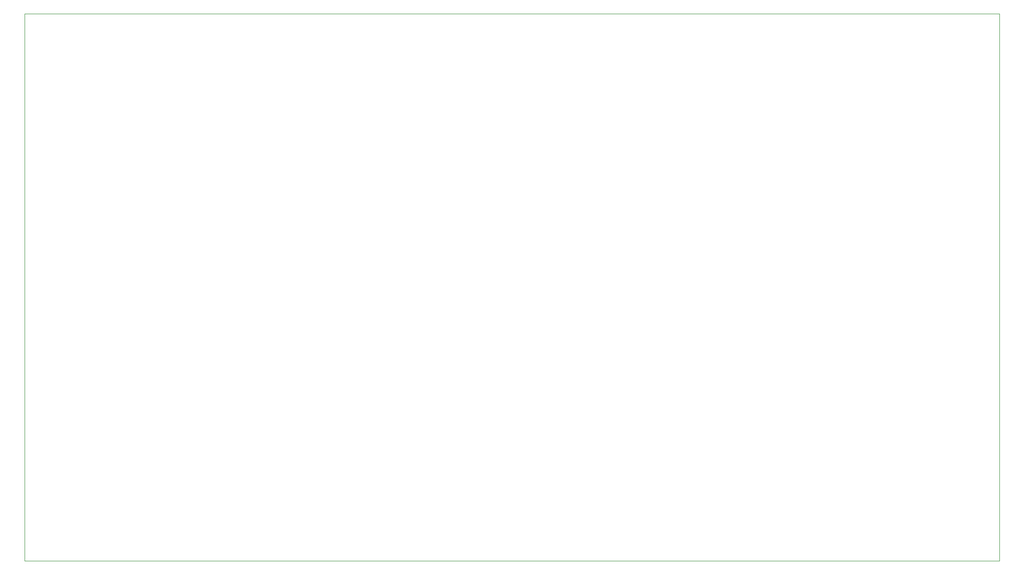
<source format=gbr>
G04 #@! TF.FileFunction,Profile,NP*
%FSLAX46Y46*%
G04 Gerber Fmt 4.6, Leading zero omitted, Abs format (unit mm)*
G04 Created by KiCad (PCBNEW 4.0.0-rc2-stable) date 11-1-2016 16:01:00*
%MOMM*%
G01*
G04 APERTURE LIST*
%ADD10C,0.100000*%
G04 APERTURE END LIST*
D10*
X35500000Y-27000000D02*
X35500000Y-125000000D01*
X210000000Y-27000000D02*
X210000000Y-124000000D01*
X210000000Y-125000000D02*
X210000000Y-124000000D01*
X35500000Y-125000000D02*
X210000000Y-125000000D01*
X35500000Y-27000000D02*
X36000000Y-27000000D01*
X36000000Y-27000000D02*
X210000000Y-27000000D01*
M02*

</source>
